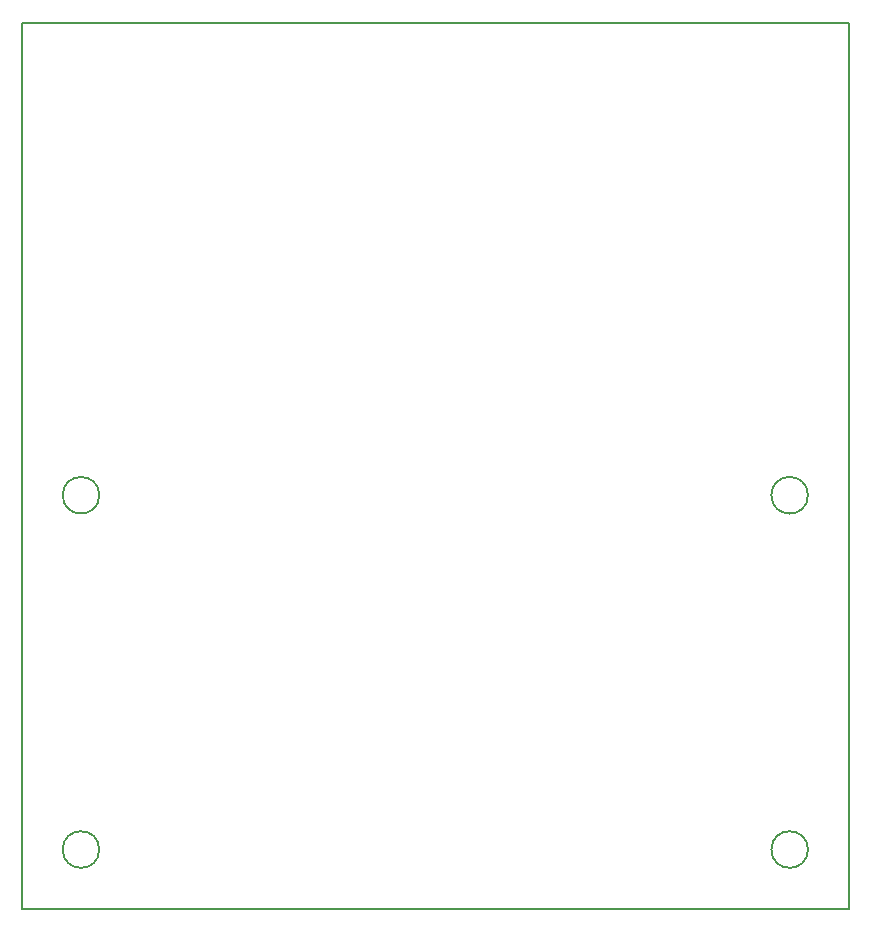
<source format=gbr>
%TF.GenerationSoftware,KiCad,Pcbnew,8.99.0-unknown-a7d493a6a5~180~ubuntu22.04.1*%
%TF.CreationDate,2024-08-13T11:51:03-03:00*%
%TF.ProjectId,esp32_ads1256,65737033-325f-4616-9473-313235362e6b,rev?*%
%TF.SameCoordinates,Original*%
%TF.FileFunction,Profile,NP*%
%FSLAX46Y46*%
G04 Gerber Fmt 4.6, Leading zero omitted, Abs format (unit mm)*
G04 Created by KiCad (PCBNEW 8.99.0-unknown-a7d493a6a5~180~ubuntu22.04.1) date 2024-08-13 11:51:03*
%MOMM*%
%LPD*%
G01*
G04 APERTURE LIST*
%TA.AperFunction,Profile*%
%ADD10C,0.200000*%
%TD*%
G04 APERTURE END LIST*
D10*
X60550000Y-123550000D02*
G75*
G02*
X57450000Y-123550000I-1550000J0D01*
G01*
X57450000Y-123550000D02*
G75*
G02*
X60550000Y-123550000I1550000J0D01*
G01*
X124000000Y-128550000D02*
X124000000Y-53550000D01*
X54000000Y-128550000D02*
X124000000Y-128550000D01*
X54000000Y-53550000D02*
X54000000Y-128550000D01*
X60550000Y-93550000D02*
G75*
G02*
X57450000Y-93550000I-1550000J0D01*
G01*
X57450000Y-93550000D02*
G75*
G02*
X60550000Y-93550000I1550000J0D01*
G01*
X120550000Y-123550000D02*
G75*
G02*
X117450000Y-123550000I-1550000J0D01*
G01*
X117450000Y-123550000D02*
G75*
G02*
X120550000Y-123550000I1550000J0D01*
G01*
X124000000Y-53550000D02*
X54000000Y-53550000D01*
X120550000Y-93550000D02*
G75*
G02*
X117450000Y-93550000I-1550000J0D01*
G01*
X117450000Y-93550000D02*
G75*
G02*
X120550000Y-93550000I1550000J0D01*
G01*
M02*

</source>
